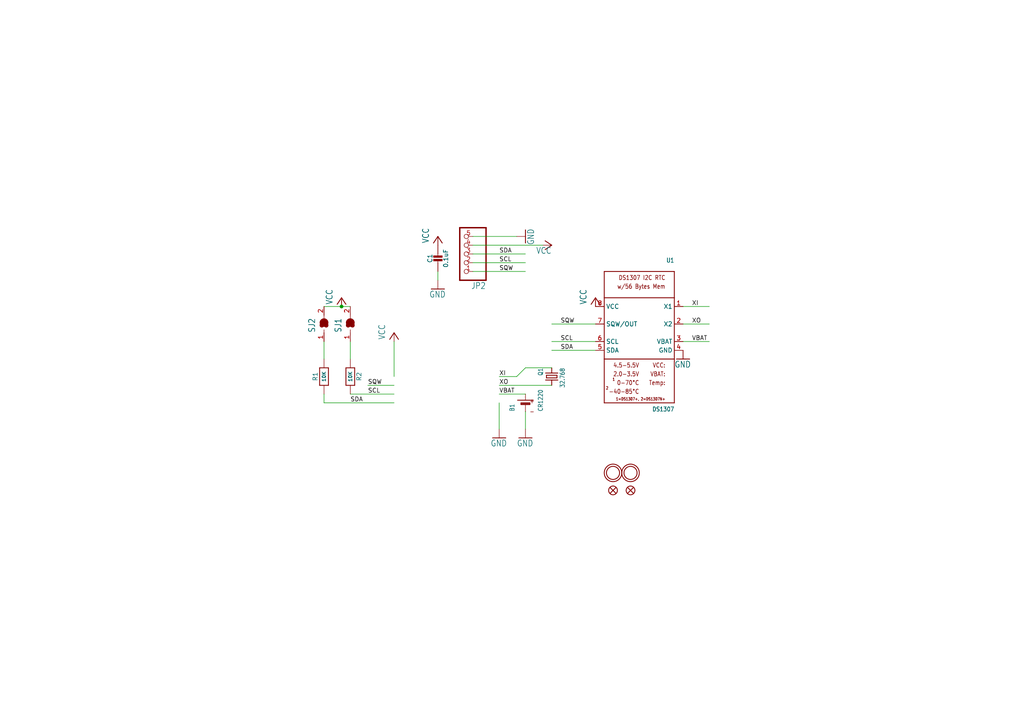
<source format=kicad_sch>
(kicad_sch (version 20230121) (generator eeschema)
  (paper "A4")
  (lib_symbols
    (symbol "working-eagle-import:BATTERYCR1220_SMT"
      (property "Reference" "B" (at -2.54 3.175 0))
      (symbol "BATTERYCR1220_SMT_1_0"
        (polyline (pts (xy -2.54 0) (xy -0.635 0)) (stroke (width 0.1524)))
        (polyline (pts (xy -0.508 -1.27) (xy -0.508 1.27)) (stroke (width 0.254)))
        (polyline (pts (xy -0.508 1.27) (xy -0.254 1.27)) (stroke (width 0.254)))
        (polyline (pts (xy -0.254 -1.27) (xy -0.508 -1.27)) (stroke (width 0.254)))
        (polyline (pts (xy -0.254 1.27) (xy -0.254 -1.27)) (stroke (width 0.254)))
        (polyline (pts (xy -0.254 1.27) (xy 0 1.27)) (stroke (width 0.254)))
        (polyline (pts (xy 0 -1.27) (xy -0.254 -1.27)) (stroke (width 0.254)))
        (polyline (pts (xy 0 1.27) (xy 0 -1.27)) (stroke (width 0.254)))
        (polyline (pts (xy 0.762 2.286) (xy 0.762 -2.286)) (stroke (width 0.254)))
        (polyline (pts (xy 0.889 0) (xy 2.54 0)) (stroke (width 0.1524)))
        (text "+" (at 1.27 -1.143 900) (effects (font (size 1.27 1.0795)) (justify right top)))
        (text "-" (at -1.778 -1.143 900) (effects (font (size 1.27 1.0795)) (justify right top)))
        (pin passive line (at 2.54 0 180) (length 0) (name "+") (number "+$1"))
        (pin passive line (at -2.54 0 0) (length 0) (name "-") (number "-"))
      )
    )
    (symbol "working-eagle-import:CAP_CERAMIC0805-NOOUTLINE"
      (property "Reference" "C" (at -2.29 1.25 90))
      (symbol "CAP_CERAMIC0805-NOOUTLINE_1_0"
        (rectangle (start -1.27 0.508) (end 1.27 1.016) (fill (type outline)))
        (rectangle (start -1.27 1.524) (end 1.27 2.032) (fill (type outline)))
        (polyline (pts (xy 0 0.762) (xy 0 0)) (stroke (width 0.1524)))
        (polyline (pts (xy 0 2.54) (xy 0 1.778)) (stroke (width 0.1524)))
        (pin passive line (at 0 5.08 270) (length 2.54) (name "1") (number "1"))
        (pin passive line (at 0 -2.54 90) (length 2.54) (name "2") (number "2"))
      )
    )
    (symbol "working-eagle-import:CRYSTAL8.0X3.8"
      (property "Reference" "Y" (at -2.54 2.54 0))
      (symbol "CRYSTAL8.0X3.8_1_0"
        (polyline (pts (xy -2.54 0) (xy -1.016 0)) (stroke (width 0.254)))
        (polyline (pts (xy -1.016 0) (xy -1.016 -1.778)) (stroke (width 0.254)))
        (polyline (pts (xy -1.016 1.778) (xy -1.016 0)) (stroke (width 0.254)))
        (polyline (pts (xy -0.381 -1.524) (xy 0.381 -1.524)) (stroke (width 0.254)))
        (polyline (pts (xy -0.381 1.524) (xy -0.381 -1.524)) (stroke (width 0.254)))
        (polyline (pts (xy 0.381 -1.524) (xy 0.381 1.524)) (stroke (width 0.254)))
        (polyline (pts (xy 0.381 1.524) (xy -0.381 1.524)) (stroke (width 0.254)))
        (polyline (pts (xy 1.016 0) (xy 1.016 -1.778)) (stroke (width 0.254)))
        (polyline (pts (xy 1.016 1.778) (xy 1.016 0)) (stroke (width 0.254)))
        (polyline (pts (xy 2.54 0) (xy 1.016 0)) (stroke (width 0.254)))
        (pin passive line (at -2.54 0 0) (length 0) (name "1") (number "P$1"))
        (pin passive line (at 2.54 0 180) (length 0) (name "2") (number "P$4"))
      )
    )
    (symbol "working-eagle-import:FIDUCIAL{dblquote}{dblquote}"
      (symbol "FIDUCIAL{dblquote}{dblquote}_1_0"
        (polyline (pts (xy -0.762 0.762) (xy 0.762 -0.762)) (stroke (width 0.254)))
        (polyline (pts (xy 0.762 0.762) (xy -0.762 -0.762)) (stroke (width 0.254)))
        (circle (center 0 0) (radius 1.27) (stroke (width 0.254)))
      )
    )
    (symbol "working-eagle-import:GND" (power)
      (property "Value" "GND" (at -2.54 -2.54 0))
      (symbol "GND_1_0"
        (polyline (pts (xy -1.905 0) (xy 1.905 0)) (stroke (width 0.254)))
        (pin power_in line (at 0 2.54 270) (length 2.54) (name "GND") (number "1"))
      )
    )
    (symbol "working-eagle-import:HEADER-1X576MIL"
      (property "Reference" "JP" (at -6.35 8.255 0))
      (symbol "HEADER-1X576MIL_1_0"
        (polyline (pts (xy -6.35 -7.62) (xy 1.27 -7.62)) (stroke (width 0.4064)))
        (polyline (pts (xy -6.35 7.62) (xy -6.35 -7.62)) (stroke (width 0.4064)))
        (polyline (pts (xy 1.27 -7.62) (xy 1.27 7.62)) (stroke (width 0.4064)))
        (polyline (pts (xy 1.27 7.62) (xy -6.35 7.62)) (stroke (width 0.4064)))
        (pin passive inverted (at -2.54 5.08 0) (length 2.54) (name "1") (number "1"))
        (pin passive inverted (at -2.54 2.54 0) (length 2.54) (name "2") (number "2"))
        (pin passive inverted (at -2.54 0 0) (length 2.54) (name "3") (number "3"))
        (pin passive inverted (at -2.54 -2.54 0) (length 2.54) (name "4") (number "4"))
        (pin passive inverted (at -2.54 -5.08 0) (length 2.54) (name "5") (number "5"))
      )
    )
    (symbol "working-eagle-import:MOUNTINGHOLE2.0"
      (symbol "MOUNTINGHOLE2.0_1_0"
        (circle (center 0 0) (radius 1.905) (stroke (width 0.254)))
        (circle (center 0 0) (radius 2.54) (stroke (width 0.254)))
      )
    )
    (symbol "working-eagle-import:RESISTOR0805_NOOUTLINE"
      (property "Reference" "R" (at 0 2.54 0))
      (symbol "RESISTOR0805_NOOUTLINE_1_0"
        (polyline (pts (xy -2.54 -1.27) (xy -2.54 1.27)) (stroke (width 0.254)))
        (polyline (pts (xy -2.54 1.27) (xy 2.54 1.27)) (stroke (width 0.254)))
        (polyline (pts (xy 2.54 -1.27) (xy -2.54 -1.27)) (stroke (width 0.254)))
        (polyline (pts (xy 2.54 1.27) (xy 2.54 -1.27)) (stroke (width 0.254)))
        (pin passive line (at -5.08 0 0) (length 2.54) (name "1") (number "1"))
        (pin passive line (at 5.08 0 180) (length 2.54) (name "2") (number "2"))
      )
    )
    (symbol "working-eagle-import:RTC_DS1307"
      (property "Reference" "U" (at -10.16 20.32 0))
      (symbol "RTC_DS1307_1_0"
        (polyline (pts (xy -10.16 -20.32) (xy -10.16 -7.62)) (stroke (width 0.254)))
        (polyline (pts (xy -10.16 -7.62) (xy -10.16 10.16)) (stroke (width 0.254)))
        (polyline (pts (xy -10.16 10.16) (xy 10.16 10.16)) (stroke (width 0.254)))
        (polyline (pts (xy -10.16 17.78) (xy -10.16 10.16)) (stroke (width 0.254)))
        (polyline (pts (xy -10.16 17.78) (xy 10.16 17.78)) (stroke (width 0.254)))
        (polyline (pts (xy 10.16 -20.32) (xy -10.16 -20.32)) (stroke (width 0.254)))
        (polyline (pts (xy 10.16 -20.32) (xy 10.16 -7.62)) (stroke (width 0.254)))
        (polyline (pts (xy 10.16 -7.62) (xy -10.16 -7.62)) (stroke (width 0.254)))
        (polyline (pts (xy 10.16 10.16) (xy 10.16 -7.62)) (stroke (width 0.254)))
        (polyline (pts (xy 10.16 17.78) (xy 10.16 10.16)) (stroke (width 0.254)))
        (text "-40-85°C" (at 0 -17.78 0) (effects (font (size 1.27 1.0795)) (justify left bottom)))
        (text "0-70°C" (at 0 -15.24 0) (effects (font (size 1.27 1.0795)) (justify left bottom)))
        (text "1" (at 6.985 -13.97 0) (effects (font (size 0.8128 0.6908)) (justify left bottom)))
        (text "1=DS1307+, 2=DS1307N+" (at -7.62 -19.685 0) (effects (font (size 0.8128 0.6908)) (justify left bottom)))
        (text "2" (at 8.89 -16.51 0) (effects (font (size 0.8128 0.6908)) (justify left bottom)))
        (text "2.0-3.5V" (at 0 -12.7 0) (effects (font (size 1.27 1.0795)) (justify left bottom)))
        (text "4.5-5.5V" (at 0 -10.16 0) (effects (font (size 1.27 1.0795)) (justify left bottom)))
        (text "DS1307 I2C RTC" (at -7.62 15.24 0) (effects (font (size 1.27 1.0795)) (justify left bottom)))
        (text "Temp:" (at -7.62 -15.24 0) (effects (font (size 1.27 1.0795)) (justify left bottom)))
        (text "VBAT:" (at -7.62 -12.7 0) (effects (font (size 1.27 1.0795)) (justify left bottom)))
        (text "VCC:" (at -7.62 -10.16 0) (effects (font (size 1.27 1.0795)) (justify left bottom)))
        (text "w/56 Bytes Mem" (at -7.62 12.7 0) (effects (font (size 1.27 1.0795)) (justify left bottom)))
        (pin bidirectional line (at -12.7 7.62 0) (length 2.54) (name "X1") (number "1"))
        (pin bidirectional line (at -12.7 2.54 0) (length 2.54) (name "X2") (number "2"))
        (pin bidirectional line (at -12.7 -2.54 0) (length 2.54) (name "VBAT") (number "3"))
        (pin bidirectional line (at -12.7 -5.08 0) (length 2.54) (name "GND") (number "4"))
        (pin bidirectional line (at 12.7 -5.08 180) (length 2.54) (name "SDA") (number "5"))
        (pin bidirectional line (at 12.7 -2.54 180) (length 2.54) (name "SCL") (number "6"))
        (pin bidirectional line (at 12.7 2.54 180) (length 2.54) (name "SQW/OUT") (number "7"))
        (pin bidirectional line (at 12.7 7.62 180) (length 2.54) (name "VCC") (number "8"))
      )
    )
    (symbol "working-eagle-import:SOLDERJUMPER_CLOSED"
      (property "Reference" "SJ" (at -2.54 2.54 0))
      (symbol "SOLDERJUMPER_CLOSED_1_0"
        (arc (start -0.381 -0.635) (mid 0.2541 -0.0001) (end -0.3808 0.635) (stroke (width 1.27)))
        (polyline (pts (xy -2.54 0) (xy -1.651 0)) (stroke (width 0.1524)))
        (polyline (pts (xy -0.635 0) (xy 0.635 0)) (stroke (width 0.4064)))
        (polyline (pts (xy 2.54 0) (xy 1.651 0)) (stroke (width 0.1524)))
        (arc (start 0.3808 -0.635) (mid 1.0132 -0.0001) (end 0.381 0.635) (stroke (width 1.27)))
        (pin passive line (at -5.08 0 0) (length 2.54) (name "1") (number "1"))
        (pin passive line (at 5.08 0 180) (length 2.54) (name "2") (number "2"))
      )
    )
    (symbol "working-eagle-import:VCC" (power)
      (property "Value" "VCC" (at -2.54 -2.54 90))
      (symbol "VCC_1_0"
        (polyline (pts (xy 0 0) (xy -1.27 -1.905)) (stroke (width 0.254)))
        (polyline (pts (xy 1.27 -1.905) (xy 0 0)) (stroke (width 0.254)))
        (pin power_in line (at 0 -2.54 90) (length 2.54) (name "VCC") (number "1"))
      )
    )
  )
  (junction (at 99.06 88.9))
  (wire (pts (xy 137.16 76.2) (xy 152.4 76.2)) (stroke (width 0.1524)))
  (wire (pts (xy 152.4 114.3) (xy 144.78 114.3)) (stroke (width 0.1524)))
  (wire (pts (xy 137.16 73.66) (xy 152.4 73.66)) (stroke (width 0.1524)))
  (wire (pts (xy 172.72 101.6) (xy 160.02 101.6)) (stroke (width 0.1524)))
  (wire (pts (xy 198.12 99.06) (xy 205.74 99.06)) (stroke (width 0.1524)))
  (wire (pts (xy 114.3 116.84) (xy 93.98 116.84)) (stroke (width 0.1524)))
  (wire (pts (xy 205.74 93.98) (xy 198.12 93.98)) (stroke (width 0.1524)))
  (wire (pts (xy 93.98 104.14) (xy 93.98 99.06)) (stroke (width 0.1524)))
  (wire (pts (xy 157.48 71.12) (xy 137.16 71.12)) (stroke (width 0.1524)))
  (wire (pts (xy 101.6 99.06) (xy 101.6 104.14)) (stroke (width 0.1524)))
  (wire (pts (xy 172.72 93.98) (xy 160.02 93.98)) (stroke (width 0.1524)))
  (wire (pts (xy 127 81.28) (xy 127 78.74)) (stroke (width 0.1524)))
  (wire (pts (xy 152.4 106.68) (xy 149.86 109.22)) (stroke (width 0.1524)))
  (wire (pts (xy 198.12 88.9) (xy 205.74 88.9)) (stroke (width 0.1524)))
  (wire (pts (xy 101.6 88.9) (xy 99.06 88.9)) (stroke (width 0.1524)))
  (wire (pts (xy 149.86 68.58) (xy 137.16 68.58)) (stroke (width 0.1524)))
  (wire (pts (xy 93.98 116.84) (xy 93.98 114.3)) (stroke (width 0.1524)))
  (wire (pts (xy 152.4 119.38) (xy 152.4 124.46)) (stroke (width 0.1524)))
  (wire (pts (xy 114.3 111.76) (xy 106.68 111.76)) (stroke (width 0.1524)))
  (wire (pts (xy 160.02 111.76) (xy 144.78 111.76)) (stroke (width 0.1524)))
  (wire (pts (xy 149.86 109.22) (xy 144.78 109.22)) (stroke (width 0.1524)))
  (wire (pts (xy 160.02 99.06) (xy 172.72 99.06)) (stroke (width 0.1524)))
  (wire (pts (xy 137.16 78.74) (xy 152.4 78.74)) (stroke (width 0.1524)))
  (wire (pts (xy 144.78 124.46) (xy 144.78 116.84)) (stroke (width 0.1524)))
  (wire (pts (xy 114.3 99.06) (xy 114.3 109.22)) (stroke (width 0.1524)))
  (wire (pts (xy 99.06 88.9) (xy 93.98 88.9)) (stroke (width 0.1524)))
  (wire (pts (xy 160.02 106.68) (xy 152.4 106.68)) (stroke (width 0.1524)))
  (wire (pts (xy 114.3 114.3) (xy 101.6 114.3)) (stroke (width 0.1524)))
  (label "SCL" (at 106.68 114.3 0) (effects (font (size 1.2446 1.2446))))
  (label "SCL" (at 162.56 99.06 0) (effects (font (size 1.2446 1.2446))))
  (label "SQW" (at 162.56 93.98 0) (effects (font (size 1.2446 1.2446))))
  (label "SQW" (at 106.68 111.76 0) (effects (font (size 1.2446 1.2446))))
  (label "SQW" (at 144.78 78.74 0) (effects (font (size 1.2446 1.2446))))
  (label "SCL" (at 144.78 76.2 0) (effects (font (size 1.2446 1.2446))))
  (label "SDA" (at 101.6 116.84 0) (effects (font (size 1.2446 1.2446))))
  (label "SDA" (at 144.78 73.66 0) (effects (font (size 1.2446 1.2446))))
  (label "VBAT" (at 200.66 99.06 0) (effects (font (size 1.2446 1.2446))))
  (label "XO" (at 200.66 93.98 0) (effects (font (size 1.2446 1.2446))))
  (label "VBAT" (at 144.78 114.3 0) (effects (font (size 1.2446 1.2446))))
  (label "XI" (at 200.66 88.9 0) (effects (font (size 1.2446 1.2446))))
  (label "SDA" (at 162.56 101.6 0) (effects (font (size 1.2446 1.2446))))
  (label "XO" (at 144.78 111.76 0) (effects (font (size 1.2446 1.2446))))
  (label "XI" (at 144.78 109.22 0) (effects (font (size 1.2446 1.2446))))
  (symbol (lib_id "working-eagle-import:VCC") (at 114.3 96.52 0) (mirror y) (unit 1)
    (property "Reference" "#P+13" (effects hide))
    (property "Value" "VCC" (at 111.76 93.98 90) (effects (font (size 1.778 1.5113)) (justify right top)))
  )
  (symbol (lib_id "working-eagle-import:VCC") (at 172.72 86.36 0) (mirror y) (unit 1)
    (property "Reference" "#P+3" (effects hide))
    (property "Value" "VCC" (at 170.18 83.82 90) (effects (font (size 1.778 1.5113)) (justify right top)))
  )
  (symbol (lib_id "working-eagle-import:FIDUCIAL{dblquote}{dblquote}") (at 182.88 142.24 0) (unit 1)
    (property "Reference" "FID1" (effects hide))
    (property "Value" "FIDUCIAL{dblquote}{dblquote}" (effects hide))
    (property "Footprint" "working:FIDUCIAL_1MM" (effects hide))
  )
  (symbol (lib_id "working-eagle-import:CAP_CERAMIC0805-NOOUTLINE") (at 127 76.2 0) (unit 1)
    (property "Reference" "C1" (at 124.71 74.95 90))
    (property "Value" "0.1uF" (at 129.3 74.95 90))
    (property "Footprint" "working:0805-NO" (effects hide))
  )
  (symbol (lib_id "working-eagle-import:SOLDERJUMPER_CLOSED") (at 93.98 93.98 90) (unit 1)
    (property "Reference" "SJ2" (at 91.44 96.52 0) (effects (font (size 1.778 1.5113)) (justify left bottom)))
    (property "Value" "SOLDERJUMPER_CLOSED" (effects hide))
    (property "Footprint" "working:SOLDERJUMPER_CLOSEDWIRE" (effects hide))
  )
  (symbol (lib_id "working-eagle-import:MOUNTINGHOLE2.0") (at 177.8 137.16 0) (unit 1)
    (property "Reference" "U$1" (effects hide))
    (property "Value" "MOUNTINGHOLE2.0" (effects hide))
    (property "Footprint" "working:MOUNTINGHOLE_2.0_PLATED" (effects hide))
  )
  (symbol (lib_id "working-eagle-import:SOLDERJUMPER_CLOSED") (at 101.6 93.98 90) (unit 1)
    (property "Reference" "SJ1" (at 99.06 96.52 0) (effects (font (size 1.778 1.5113)) (justify left bottom)))
    (property "Value" "SOLDERJUMPER_CLOSED" (effects hide))
    (property "Footprint" "working:SOLDERJUMPER_CLOSEDWIRE" (effects hide))
  )
  (symbol (lib_id "working-eagle-import:BATTERYCR1220_SMT") (at 152.4 116.84 90) (unit 1)
    (property "Reference" "B1" (at 149.225 119.38 0) (effects (font (size 1.27 1.0795)) (justify left bottom)))
    (property "Value" "CR1220" (at 157.48 119.38 0) (effects (font (size 1.27 1.0795)) (justify left bottom)))
    (property "Footprint" "working:CR1220" (effects hide))
  )
  (symbol (lib_id "working-eagle-import:VCC") (at 99.06 86.36 0) (mirror y) (unit 1)
    (property "Reference" "#P+14" (effects hide))
    (property "Value" "VCC" (at 96.52 83.82 90) (effects (font (size 1.778 1.5113)) (justify right top)))
  )
  (symbol (lib_id "working-eagle-import:RESISTOR0805_NOOUTLINE") (at 93.98 109.22 90) (unit 1)
    (property "Reference" "R1" (at 91.44 109.22 0))
    (property "Value" "10K" (at 93.98 109.22 0) (effects (font (size 1.016 1.016) bold)))
    (property "Footprint" "working:0805-NO" (effects hide))
  )
  (symbol (lib_id "working-eagle-import:GND") (at 152.4 127 0) (unit 1)
    (property "Reference" "#GND17" (effects hide))
    (property "Value" "GND" (at 149.86 129.54 0) (effects (font (size 1.778 1.5113)) (justify left bottom)))
  )
  (symbol (lib_id "working-eagle-import:RTC_DS1307") (at 185.42 96.52 0) (mirror y) (unit 1)
    (property "Reference" "U1" (at 195.58 76.2 0) (effects (font (size 1.27 1.0795)) (justify left bottom)))
    (property "Value" "DS1307" (at 195.58 119.38 0) (effects (font (size 1.27 1.0795)) (justify left bottom)))
    (property "Footprint" "working:SOIC8_150MIL" (effects hide))
  )
  (symbol (lib_id "working-eagle-import:VCC") (at 127 68.58 0) (mirror y) (unit 1)
    (property "Reference" "#P+2" (effects hide))
    (property "Value" "VCC" (at 124.46 66.04 90) (effects (font (size 1.778 1.5113)) (justify right top)))
  )
  (symbol (lib_id "working-eagle-import:HEADER-1X576MIL") (at 134.62 73.66 180) (unit 1)
    (property "Reference" "JP2" (at 140.97 81.915 0) (effects (font (size 1.778 1.5113)) (justify left bottom)))
    (property "Value" "HEADER-1X576MIL" (effects hide))
    (property "Footprint" "working:1X05_ROUND_76" (effects hide))
  )
  (symbol (lib_id "working-eagle-import:FIDUCIAL{dblquote}{dblquote}") (at 177.8 142.24 0) (unit 1)
    (property "Reference" "FID2" (effects hide))
    (property "Value" "FIDUCIAL{dblquote}{dblquote}" (effects hide))
    (property "Footprint" "working:FIDUCIAL_1MM" (effects hide))
  )
  (symbol (lib_id "working-eagle-import:MOUNTINGHOLE2.0") (at 182.88 137.16 0) (unit 1)
    (property "Reference" "U$4" (effects hide))
    (property "Value" "MOUNTINGHOLE2.0" (effects hide))
    (property "Footprint" "working:MOUNTINGHOLE_2.0_PLATED" (effects hide))
  )
  (symbol (lib_id "working-eagle-import:GND") (at 127 83.82 0) (unit 1)
    (property "Reference" "#GND2" (effects hide))
    (property "Value" "GND" (at 124.46 86.36 0) (effects (font (size 1.778 1.5113)) (justify left bottom)))
  )
  (symbol (lib_id "working-eagle-import:GND") (at 152.4 68.58 90) (unit 1)
    (property "Reference" "#GND1" (effects hide))
    (property "Value" "GND" (at 154.94 71.12 0) (effects (font (size 1.778 1.5113)) (justify left bottom)))
  )
  (symbol (lib_id "working-eagle-import:GND") (at 144.78 127 0) (unit 1)
    (property "Reference" "#GND16" (effects hide))
    (property "Value" "GND" (at 142.24 129.54 0) (effects (font (size 1.778 1.5113)) (justify left bottom)))
  )
  (symbol (lib_id "working-eagle-import:CRYSTAL8.0X3.8") (at 160.02 109.22 90) (mirror x) (unit 1)
    (property "Reference" "Q1" (at 157.48 106.68 0) (effects (font (size 1.27 1.0795)) (justify left bottom)))
    (property "Value" "32.768" (at 163.83 106.68 0) (effects (font (size 1.27 1.0795)) (justify left bottom)))
    (property "Footprint" "working:CRYSTAL_8X3.8" (effects hide))
  )
  (symbol (lib_id "working-eagle-import:RESISTOR0805_NOOUTLINE") (at 101.6 109.22 270) (unit 1)
    (property "Reference" "R2" (at 104.14 109.22 0))
    (property "Value" "10K" (at 101.6 109.22 0) (effects (font (size 1.016 1.016) bold)))
    (property "Footprint" "working:0805-NO" (effects hide))
  )
  (symbol (lib_id "working-eagle-import:VCC") (at 160.02 71.12 270) (mirror x) (unit 1)
    (property "Reference" "#P+1" (effects hide))
    (property "Value" "VCC" (at 160.02 73.66 90) (effects (font (size 1.778 1.5113)) (justify right top)))
  )
  (symbol (lib_id "working-eagle-import:GND") (at 198.12 104.14 0) (unit 1)
    (property "Reference" "#GND3" (effects hide))
    (property "Value" "GND" (at 195.58 106.68 0) (effects (font (size 1.778 1.5113)) (justify left bottom)))
  )
)
</source>
